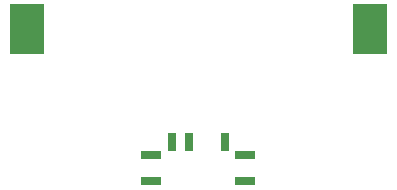
<source format=gbp>
G04 #@! TF.GenerationSoftware,KiCad,Pcbnew,(6.0.7)*
G04 #@! TF.CreationDate,2023-02-05T15:19:58+01:00*
G04 #@! TF.ProjectId,heart,68656172-742e-46b6-9963-61645f706362,v1.0.0*
G04 #@! TF.SameCoordinates,Original*
G04 #@! TF.FileFunction,Paste,Bot*
G04 #@! TF.FilePolarity,Positive*
%FSLAX46Y46*%
G04 Gerber Fmt 4.6, Leading zero omitted, Abs format (unit mm)*
G04 Created by KiCad (PCBNEW (6.0.7)) date 2023-02-05 15:19:58*
%MOMM*%
%LPD*%
G01*
G04 APERTURE LIST*
%ADD10R,3.000000X4.200000*%
%ADD11R,0.800000X1.600000*%
%ADD12R,1.700000X0.800000*%
%ADD13R,1.800000X0.800000*%
G04 APERTURE END LIST*
D10*
X141490000Y-84390000D03*
X112490000Y-84390000D03*
D11*
X129230000Y-93900000D03*
X126230000Y-93900000D03*
X124730000Y-93900000D03*
D12*
X122980000Y-97200000D03*
X122980000Y-95000000D03*
D13*
X130930000Y-95000000D03*
X130930000Y-97200000D03*
M02*

</source>
